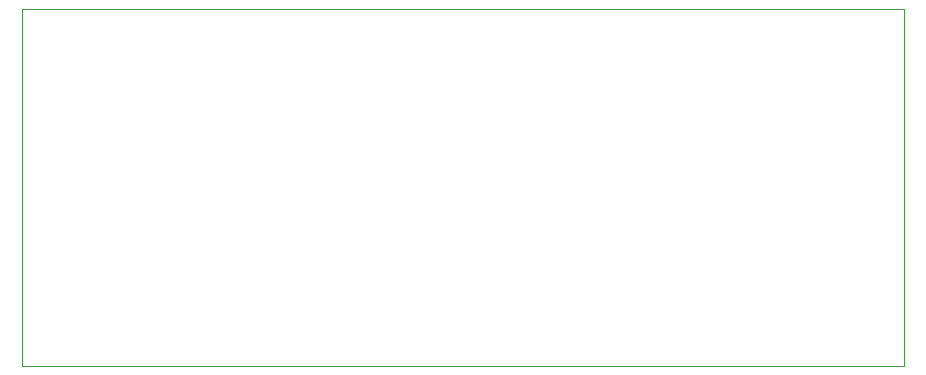
<source format=gbr>
%TF.GenerationSoftware,KiCad,Pcbnew,7.0.1*%
%TF.CreationDate,2023-06-15T13:01:31-07:00*%
%TF.ProjectId,Full-Flight-Computer,46756c6c-2d46-46c6-9967-68742d436f6d,1.0*%
%TF.SameCoordinates,Original*%
%TF.FileFunction,Profile,NP*%
%FSLAX46Y46*%
G04 Gerber Fmt 4.6, Leading zero omitted, Abs format (unit mm)*
G04 Created by KiCad (PCBNEW 7.0.1) date 2023-06-15 13:01:31*
%MOMM*%
%LPD*%
G01*
G04 APERTURE LIST*
%TA.AperFunction,Profile*%
%ADD10C,0.050000*%
%TD*%
G04 APERTURE END LIST*
D10*
X93014800Y-71450200D02*
X167665400Y-71450200D01*
X167665400Y-101625400D01*
X93014800Y-101625400D01*
X93014800Y-71450200D01*
M02*

</source>
